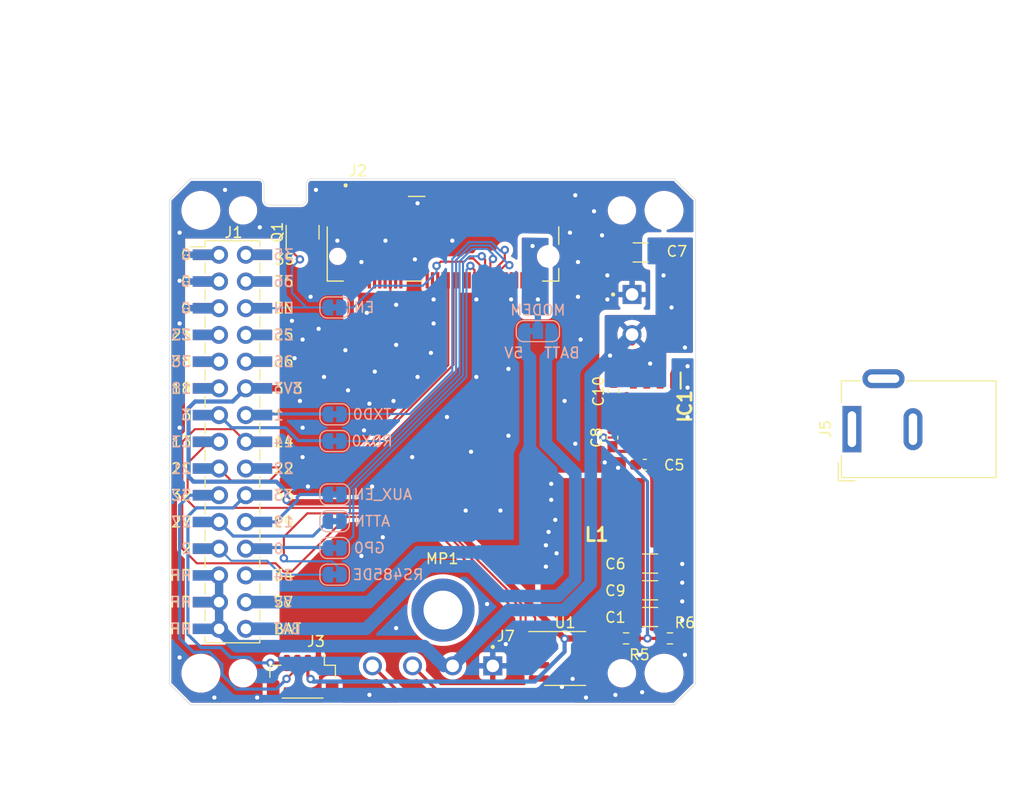
<source format=kicad_pcb>
(kicad_pcb (version 20221018) (generator pcbnew)
  (title_block (title "BF-021") (date "2022-02-05") (rev "V01L04") (company "Copyright 2022 BotanicFields, Inc.") (comment 1 "Template of M5Stack Module "))
  (layers (0 "F.Cu" signal) (31 "B.Cu" signal) (34 "B.Paste" user) (35 "F.Paste" user) (36 "B.SilkS" user "B.Silkscreen") (37 "F.SilkS" user "F.Silkscreen") (38 "B.Mask" user) (39 "F.Mask" user) (44 "Edge.Cuts" user))
  (net 0 "")
  (net 1 "+BATT")
  (net 2 "+5V")
  (net 4 "/GPIO0")
  (net 11 "/TXD0")
  (net 12 "/RXD0")
  (net 13 "/intSCL")
  (net 14 "+3V3")
  (net 15 "/intSDA")
  (net 16 "/AUX_EN")
  (net 17 "/ATTN")
  (net 18 "/EN")
  (net 19 "GND")
  (net 20 "/RS485_DE")
  (net 48 "Net-(J2-AUX_RX_P)")
  (net 50 "Net-(J2-AUX_TX_P)")
  (net 65 "Net-(J2-NRST)")
  (net 66 "/TXD2")
  (net 67 "/RXD2")
  (net 68 "/extSCL")
  (net 69 "/extSDA")
  (net 70 "Net-(JP8-B)")
  (net 71 "/VMODEM")
  (net 72 "/RS485_A")
  (net 73 "/RS485_B")
  (net 74 "+12V")
  (net 76 "/BOOT")
  (net 77 "/SW")
  (net 78 "/VCC")
  (net 79 "/FB")
  (net 82 "Net-(J2-AUX3)")
  (net 83 "Net-(J2-AUX4)")
  (net 84 "Net-(J2-ATTN_P)")
  (net 85 "Net-(J2-AUX_EN_P)")
  (footprint "M5Footprints:BF@MountingHole_3.2mm_M3" (layer "F.Cu") (at 103 53)
    (fp_text reference "H1" hide)
    (fp_text value "MountingHole" hide)
  )
  (footprint "M5Footprints:BF@MountingHole_3.2mm_M3" (layer "F.Cu") (at 147 53)
    (fp_text reference "H2" hide)
    (fp_text value "MountingHole" hide)
  )
  (footprint "M5Footprints:BF@MountingHole_3.2mm_M3" (layer "F.Cu") (at 147 97)
    (fp_text reference "H3" hide)
    (fp_text value "MountingHole" hide)
  )
  (footprint "M5Footprints:BF@MountingHole_3.2mm_M3" (layer "F.Cu") (at 103 97)
    (fp_text reference "H4" hide)
    (fp_text value "MountingHole" hide)
  )
  (footprint "M5Footprints:BF@MountingHole_2.2mm_M2" (layer "F.Cu") (at 107 53)
    (fp_text reference "H5" hide)
    (fp_text value "MountingHole" hide)
  )
  (footprint "M5Footprints:BF@MountingHole_2.2mm_M2" (layer "F.Cu") (at 143 53)
    (fp_text reference "H6" hide)
    (fp_text value "MountingHole" hide)
  )
  (footprint "M5Footprints:BF@MountingHole_2.2mm_M2" (layer "F.Cu") (at 143 97)
    (fp_text reference "H7" hide)
    (fp_text value "MountingHole" hide)
  )
  (footprint "M5Footprints:BF@MountingHole_2.2mm_M2" (layer "F.Cu") (at 107 97)
    (fp_text reference "H8" hide)
    (fp_text value "MountingHole" hide)
  )
  (footprint "M5Footprints:BF@M5Stack_MBUS_CORE2" (layer "F.Cu") (at 106 75)
    (fp_text reference "J1")
    (fp_text value "M-BUS")
  )
  (footprint "inductor:Coilcraft_50xx-40xx_hybrid" (layer "F.Cu") (at 145.325 81.6 180)
    (fp_text reference "L1")
    (fp_text value "XAL5030-601MEB" hide)
  )
  (footprint "Capacitor_SMD:C_1206_3216Metric" (layer "F.Cu") (at 145.682 89.116)
    (fp_text reference "C9")
    (fp_text value "22uF")
  )
  (footprint "Connector_BarrelJack:BarrelJack_Wuerth_6941xx301002" (layer "F.Cu") (at 164.85 73.8 90)
    (fp_text reference "J5")
    (fp_text value "Barrel_Jack")
  )
  (footprint "Resistor_SMD:R_0603_1608Metric_Pad0.98x0.95mm_HandSolder" (layer "F.Cu") (at 143.396 93.688)
    (fp_text reference "R5")
    (fp_text value "100K")
  )
  (footprint "Pluggable Power:TE_284513-2" (layer "F.Cu") (at 143.9625 62.9 -90)
    (fp_text reference "J6" hide)
    (fp_text value "284513-2")
  )
  (footprint "buck_converter:SOIC127P600X170-9N" (layer "F.Cu") (at 145.995 71.888 -90)
    (fp_text reference "IC1")
    (fp_text value "LMR33630CDDAR" hide)
  )
  (footprint "Package_SO:SOIC-8_3.9x4.9mm_P1.27mm" (layer "F.Cu") (at 137.6 95.6)
    (fp_text reference "U1")
    (fp_text value "SP3481EN")
  )
  (footprint "Capacitor_SMD:C_1206_3216Metric" (layer "F.Cu") (at 144.775 57 180)
    (fp_text reference "C7")
    (fp_text value "22uF")
  )
  (footprint "Capacitor_SMD:C_0603_1608Metric_Pad1.08x0.95mm_HandSolder" (layer "F.Cu") (at 142.1 74.6 -90)
    (fp_text reference "C8")
    (fp_text value "1uF")
  )
  (footprint "Capacitor_SMD:C_0603_1608Metric_Pad1.08x0.95mm_HandSolder" (layer "F.Cu") (at 142.2 70.2 90)
    (fp_text reference "C10")
    (fp_text value "220nF")
  )
  (footprint "Capacitor_SMD:C_1206_3216Metric" (layer "F.Cu") (at 145.682 86.576)
    (fp_text reference "C6")
    (fp_text value "22uF")
  )
  (footprint "Connector_JST:JST_SH_BM04B-SRSS-TB_1x04-1MP_P1.00mm_Vertical" (layer "F.Cu") (at 112.668 97.352 180)
    (fp_text reference "J3")
    (fp_text value "110990030")
  )
  (footprint "Capacitor_SMD:C_0603_1608Metric_Pad1.08x0.95mm_HandSolder" (layer "F.Cu") (at 145.174 77.178)
    (fp_text reference "C5")
    (fp_text value "0.1uF")
  )
  (footprint "Package_TO_SOT_SMD:SOT-23" (layer "F.Cu") (at 112.662 55.08 90)
    (fp_text reference "Q1")
    (fp_text value "BC856")
  )
  (footprint "pluggableRS485:TE_284513-4" (layer "F.Cu") (at 125.015 96.3 180)
    (fp_text reference "J7")
    (fp_text value "284513-4")
  )
  (footprint "Capacitor_SMD:C_1206_3216Metric" (layer "F.Cu") (at 145.682 91.656)
    (fp_text reference "C1")
    (fp_text value "22uF")
  )
  (footprint "M2 Screw Standoff:WE_9774025151R" (layer "F.Cu") (at 126 91)
    (fp_text reference "MP1")
    (fp_text value "9774025151R")
  )
  (footprint "Resistor_SMD:R_0603_1608Metric_Pad0.98x0.95mm_HandSolder" (layer "F.Cu") (at 147.5635 93.688)
    (fp_text reference "R6")
    (fp_text value "24.9K")
  )
  (footprint "MDT420E01001:AMPHENOL_MDT420E01001_Notecard" (layer "F.Cu") (at 126 57.3741)
    (fp_text reference "J2")
    (fp_text value "Bus_M.2_Socket_E")
  )
  (footprint "Jumper:SolderJumper-2_P1.3mm_Bridged_RoundedPad1.0x1.5mm" (layer "B.Cu") (at 115.71 85.09)
    (fp_text reference "JP6" hide)
    (fp_text value "SolderJumper_2_Bridged")
  )
  (footprint "Jumper:SolderJumper-2_P1.3mm_Bridged_RoundedPad1.0x1.5mm" (layer "B.Cu") (at 115.71 62.23)
    (fp_text reference "JP7" hide)
    (fp_text value "SolderJumper_2_Bridged")
  )
  (footprint "Jumper:SolderJumper-2_P1.3mm_Bridged_RoundedPad1.0x1.5mm" (layer "B.Cu") (at 115.71 74.93)
    (fp_text reference "JP1" hide)
    (fp_text value "SolderJumper_2_Bridged")
  )
  (footprint "Jumper:SolderJumper-3_P1.3mm_Bridged12_RoundedPad1.0x1.5mm_NumberLabels" (layer "B.Cu") (at 135.014 64.478)
    (fp_text reference "JP5" hide)
    (fp_text value "SolderJumper_3_Bridged12")
  )
  (footprint "Jumper:SolderJumper-2_P1.3mm_Bridged_RoundedPad1.0x1.5mm" (layer "B.Cu") (at 115.71 72.39)
    (fp_text reference "JP3" hide)
    (fp_text value "SolderJumper_2_Bridged")
  )
  (footprint "Jumper:SolderJumper-2_P1.3mm_Bridged_RoundedPad1.0x1.5mm" (layer "B.Cu") (at 115.71 87.63)
    (fp_text reference "JP8" hide)
    (fp_text value "SolderJumper_2_Bridged")
  )
  (footprint "Jumper:SolderJumper-2_P1.3mm_Bridged_RoundedPad1.0x1.5mm" (layer "B.Cu") (at 115.71 80.01)
    (fp_text reference "JP4" hide)
    (fp_text value "SolderJumper_2_Bridged")
  )
  (footprint "Jumper:SolderJumper-2_P1.3mm_Bridged_RoundedPad1.0x1.5mm" (layer "B.Cu") (at 115.71 82.55)
    (fp_text reference "JP2" hide)
    (fp_text value "SolderJumper_2_Bridged")
  )
  (gr_line (start 108.5 50) (end 102 50) (stroke (width 0.05)) (layer "Edge.Cuts"))
  (gr_line (start 100 98) (end 100 52) (stroke (width 0.05)) (layer "Edge.Cuts"))
  (gr_line (start 150 98) (end 150 52) (stroke (width 0.05)) (layer "Edge.Cuts"))
  (gr_arc (start 113 50.5) (mid 113.146447 50.146447) (end 113.5 50) (stroke (width 0.05)) (layer "Edge.Cuts"))
  (gr_arc (start 113 52) (mid 112.853553 52.353553) (end 112.5 52.5) (stroke (width 0.05)) (layer "Edge.Cuts"))
  (gr_line (start 113 52) (end 113 50.5) (stroke (width 0.05)) (layer "Edge.Cuts"))
  (gr_line (start 102 100) (end 148 100) (stroke (width 0.05)) (layer "Edge.Cuts"))
  (gr_arc (start 109.5 52.5) (mid 109.146447 52.353553) (end 109 52) (stroke (width 0.05)) (layer "Edge.Cuts"))
  (gr_line (start 109 50.5) (end 109 52) (stroke (width 0.05)) (layer "Edge.Cuts"))
  (gr_arc (start 108.5 50) (mid 108.853553 50.146447) (end 109 50.5) (stroke (width 0.05)) (layer "Edge.Cuts"))
  (gr_line (start 148 50) (end 113.5 50) (stroke (width 0.05)) (layer "Edge.Cuts"))
  (gr_line (start 102 50) (end 100 52) (stroke (width 0.05)) (layer "Edge.Cuts"))
  (gr_line (start 100 98) (end 102 100) (stroke (width 0.05)) (layer "Edge.Cuts"))
  (gr_line (start 109.5 52.5) (end 112.5 52.5) (stroke (width 0.05)) (layer "Edge.Cuts"))
  (gr_line (start 150 52) (end 148 50) (stroke (width 0.05)) (layer "Edge.Cuts"))
  (gr_line (start 148 100) (end 150 98) (stroke (width 0.05)) (layer "Edge.Cuts"))
  (segment (start 107.27 92.78) (end 118.688 92.78) (width 1.2) (layer "B.Cu") (net 1))
  (segment (start 136.314 66.518) (end 136.314 64.478) (width 1.2) (layer "B.Cu") (net 1))
  (segment (start 135.776 67.056) (end 136.314 66.518) (width 1.2) (layer "B.Cu") (net 1))
  (segment (start 118.688 92.78) (end 124.638 86.83) (width 1.2) (layer "B.Cu") (net 1))
  (segment (start 138.57 88.039338) (end 138.57 77.978) (width 1.2) (layer "B.Cu") (net 1))
  (segment (start 131.496 89.662) (end 136.947338 89.662) (width 1.2) (layer "B.Cu") (net 1))
  (segment (start 128.664 86.83) (end 131.496 89.662) (width 1.2) (layer "B.Cu") (net 1))
  (segment (start 136.947338 89.662) (end 138.57 88.039338) (width 1.2) (layer "B.Cu") (net 1))
  (segment (start 135.776 75.184) (end 135.776 67.056) (width 1.2) (layer "B.Cu") (net 1))
  (segment (start 138.57 77.978) (end 135.776 75.184) (width 1.2) (layer "B.Cu") (net 1))
  (segment (start 124.638 86.83) (end 128.664 86.83) (width 1.2) (layer "B.Cu") (net 1))
  (segment (start 142.4835 93.688) (end 142.4835 93.3795) (width 0.6) (layer "F.Cu") (net 2))
  (segment (start 142.4835 93.3795) (end 144.207 91.656) (width 0.6) (layer "F.Cu") (net 2))
  (via (at 136.665 82.423) (size 0.8) (drill 0.4) (layers "F.Cu" "B.Cu") (net 2))
  (via (at 135.776 86.868) (size 0.8) (drill 0.4) (layers "F.Cu" "B.Cu") (net 2))
  (via (at 136.284 78.994) (size 0.8) (drill 0.4) (layers "F.Cu" "B.Cu") (net 2))
  (via (at 135.776 84.836) (size 0.8) (drill 0.4) (layers "F.Cu" "B.Cu") (net 2))
  (via (at 136.284 80.518) (size 0.8) (drill 0.4) (layers "F.Cu" "B.Cu") (net 2))
  (via (at 136.03 83.566) (size 0.8) (drill 0.4) (layers "F.Cu" "B.Cu") (net 2))
  (via (at 136.792 85.598) (size 0.8) (drill 0.4) (layers "F.Cu" "B.Cu") (net 2))
  (segment (start 134.252 67.056) (end 133.714 66.518) (width 1.2) (layer "B.Cu") (net 2))
  (segment (start 133.998 85.598) (end 129.308662 85.598) (width 1.2) (layer "B.Cu") (net 2))
  (segment (start 133.714 66.518) (end 133.714 64.478) (width 1.2) (layer "B.Cu") (net 2))
  (segment (start 129.213661 85.503) (end 123.679 85.503) (width 1.2) (layer "B.Cu") (net 2))
  (segment (start 136.665 80.899) (end 136.284 80.518) (width 1.2) (layer "B.Cu") (net 2))
  (segment (start 118.942 90.24) (end 107.27 90.24) (width 1.2) (layer "B.Cu") (net 2))
  (segment (start 136.284 78.994) (end 136.284 77.724) (width 1.2) (layer "B.Cu") (net 2))
  (segment (start 136.284 77.724) (end 134.252 75.692) (width 1.2) (layer "B.Cu") (net 2))
  (segment (start 123.679 85.503) (end 118.942 90.24) (width 1.2) (layer "B.Cu") (net 2))
  (segment (start 136.665 82.423) (end 136.03 83.058) (width 1.2) (layer "B.Cu") (net 2))
  (segment (start 136.665 82.423) (end 136.665 80.899) (width 1.2) (layer "B.Cu") (net 2))
  (segment (start 136.03 83.058) (end 136.03 83.566) (width 1.2) (layer "B.Cu") (net 2))
  (segment (start 136.284 80.518) (end 136.284 78.994) (width 1.2) (layer "B.Cu") (net 2))
  (segment (start 129.308662 85.598) (end 129.213661 85.503) (width 1.2) (layer "B.Cu") (net 2))
  (segment (start 136.03 83.566) (end 133.998 85.598) (width 1.2) (layer "B.Cu") (net 2))
  (segment (start 134.252 75.692) (end 134.252 67.056) (width 1.2) (layer "B.Cu") (net 2))
  (segment (start 107.378 85.052) (end 107.27 85.16) (width 0.3) (layer "B.Cu") (net 4))
  (segment (start 115.06 85.09) (end 115.022 85.052) (width 0.3) (layer "B.Cu") (net 4))
  (segment (start 115.022 85.052) (end 107.378 85.052) (width 0.3) (layer "B.Cu") (net 4))
  (segment (start 107.378 72.352) (end 115.022 72.352) (width 0.3) (layer "B.Cu") (net 11))
  (segment (start 115.022 72.352) (end 115.06 72.39) (width 0.3) (layer "B.Cu") (net 11))
  (segment (start 107.27 72.46) (end 107.378 72.352) (width 0.3) (layer "B.Cu") (net 11))
  (segment (start 111.034 73.66) (end 105.93 73.66) (width 0.3) (layer "B.Cu") (net 12))
  (segment (start 112.266 74.892) (end 115.022 74.892) (width 0.3) (layer "B.Cu") (net 12))
  (segment (start 112.266 74.892) (end 111.034 73.66) (width 0.3) (layer "B.Cu") (net 12))
  (segment (start 115.022 74.892) (end 115.06 74.93) (width 0.3) (layer "B.Cu") (net 12))
  (segment (start 105.93 73.66) (end 104.73 72.46) (width 0.3) (layer "B.Cu") (net 12))
  (segment (start 116.771552 77.432) (end 126.5 67.703552) (width 0.2) (layer "F.Cu") (net 13))
  (segment (start 108.262264 77.432) (end 116.771552 77.432) (width 0.2) (layer "F.Cu") (net 13))
  (segment (start 108.154264 77.54) (end 108.262264 77.432) (width 0.2) (layer "F.Cu") (net 13))
  (segment (start 126.5 67.703552) (end 126.5 59.6491) (width 0.2) (layer "F.Cu") (net 13))
  (segment (start 107.27 77.54) (end 108.154264 77.54) (width 0.2) (layer "F.Cu") (net 13))
  (segment (start 117.5 59.6491) (end 117.5 61.202) (width 0.2) (layer "F.Cu") (net 14))
  (segment (start 113.424 97.55) (end 113.168 97.294) (width 0.3) (layer "F.Cu") (net 14))
  (segment (start 111.3605 80.753) (end 111.138 80.5305) (width 0.6) (layer "F.Cu") (net 14))
  (segment (start 117.488 61.214) (end 117.234 61.214) (width 0.2) (layer "F.Cu") (net 14))
  (segment (start 111.068 69.92) (end 107.27 69.92) (width 0.6) (layer "F.Cu") (net 14))
  (segment (start 137.585 93.695) (end 140.075 93.695) (width 0.6) (layer "F.Cu") (net 14))
  (segment (start 117 61.194) (end 117 59.6491) (width 0.2) (layer "F.Cu") (net 14))
  (segment (start 116.98 61.214) (end 117 61.194) (width 0.2) (layer "F.Cu") (net 14))
  (segment (start 117.234 61.214) (end 117.234 63.754) (width 0.6) (layer "F.Cu") (net 14))
  (segment (start 137.554 93.726) (end 137.585 93.695) (width 0.6) (layer "F.Cu") (net 14))
  (segment (start 113.168 97.294) (end 113.168 96.027) (width 0.3) (layer "F.Cu") (net 14))
  (segment (start 117.5 61.202) (end 117.488 61.214) (width 0.2) (layer "F.Cu") (net 14))
  (segment (start 117.234 63.754) (end 111.068 69.92) (width 0.6) (layer "F.Cu") (net 14))
  (segment (start 117.234 61.214) (end 116.98 61.214) (width 0.2) (layer "F.Cu") (net 14))
  (segment (start 137.554 93.726) (end 124.581 80.753) (width 0.6) (layer "F.Cu") (net 14))
  (segment (start 124.581 80.753) (end 111.3605 80.753) (width 0.6) (layer "F.Cu") (net 14))
  (via (at 113.424 97.55) (size 0.8) (drill 0.4) (layers "F.Cu" "B.Cu") (net 14))
  (via (at 137.554 93.726) (size 0.8) (drill 0.4) (layers "F.Cu" "B.Cu") (net 14))
  (via (at 111.138 80.5305) (size 0.8) (drill 0.4) (layers "F.Cu" "B.Cu") (net 14))
  (segment (start 102.298 78.79) (end 110.172 78.79) (width 0.4) (layer "B.Cu") (net 14))
  (segment (start 102.452 71.17) (end 101.83 71.792) (width 0.4) (layer "B.Cu") (net 14))
  (segment (start 113.664 97.79) (end 113.424 97.55) (width 0.4) (layer "B.Cu") (net 14))
  (segment (start 107.27 69.92) (end 106.02 71.17) (width 0.4) (layer "B.Cu") (net 14))
  (segment (start 101.83 71.792) (end 101.83 78.322) (width 0.4) (layer "B.Cu") (net 14))
  (segment (start 137.554 93.726) (end 137.554 94.958) (width 0.4) (layer "B.Cu") (net 14))
  (segment (start 101.83 78.322) (end 102.298 78.79) (width 0.4) (layer "B.Cu") (net 14))
  (segment (start 137.554 94.958) (end 134.722 97.79) (width 0.4) (layer "B.Cu") (net 14))
  (segment (start 111.138 79.756) (end 111.138 80.5305) (width 0.4) (layer "B.Cu") (net 14))
  (segment (start 134.722 97.79) (end 113.664 97.79) (width 0.4) (layer "B.Cu") (net 14))
  (segment (start 106.02 71.17) (end 102.452 71.17) (width 0.4) (layer "B.Cu") (net 14))
  (segment (start 110.172 78.79) (end 111.138 79.756) (width 0.4) (layer "B.Cu") (net 14))
  (segment (start 127 67.666) (end 116.907 77.759) (width 0.2) (layer "F.Cu") (net 15))
  (segment (start 105.88 78.69) (end 104.73 77.54) (width 0.2) (layer "F.Cu") (net 15))
  (segment (start 110.475264 77.759) (end 109.544264 78.69) (width 0.2) (layer "F.Cu") (net 15))
  (segment (start 127 59.6491) (end 127 67.666) (width 0.2) (layer "F.Cu") (net 15))
  (segment (start 116.907 77.759) (end 110.475264 77.759) (width 0.2) (layer "F.Cu") (net 15))
  (segment (start 109.544264 78.69) (end 105.88 78.69) (width 0.2) (layer "F.Cu") (net 15))
  (segment (start 112.154 80.264) (end 112.408 80.01) (width 0.3) (layer "B.Cu") (net 16))
  (segment (start 112.408 80.01) (end 115.06 80.01) (width 0.3) (layer "B.Cu") (net 16))
  (segment (start 110.109161 82.62) (end 112.154 80.575161) (width 0.3) (layer "B.Cu") (net 16))
  (segment (start 112.154 80.575161) (end 112.154 80.264) (width 0.3) (layer "B.Cu") (net 16))
  (segment (start 107.27 82.62) (end 110.109161 82.62) (width 0.3) (layer "B.Cu") (net 16))
  (segment (start 106.07 83.96) (end 104.73 82.62) (width 0.3) (layer "B.Cu") (net 17))
  (segment (start 113.65 83.96) (end 106.07 83.96) (width 0.3) (layer "B.Cu") (net 17))
  (segment (start 115.06 82.55) (end 113.65 83.96) (width 0.3) (layer "B.Cu") (net 17))
  (segment (start 112.408 57.658) (end 111.712 56.962) (width 0.2) (layer "F.Cu") (net 18))
  (segment (start 111.712 56.962) (end 111.712 56.0175) (width 0.2) (layer "F.Cu") (net 18))
  (via (at 112.408 57.658) (size 0.8) (drill 0.4) (layers "F.Cu" "B.Cu") (net 18))
  (segment (start 110.38 62.3) (end 107.27 62.3) (width 0.2) (layer "B.Cu") (net 18))
  (segment (start 111.646 60.848) (end 113.028 62.23) (width 0.2) (layer "B.Cu") (net 18))
  (segment (start 111.646 58.42) (end 111.646 60.848) (width 0.2) (layer "B.Cu") (net 18))
  (segment (start 112.408 57.658) (end 111.646 58.42) (width 0.2) (layer "B.Cu") (net 18))
  (segment (start 113.028 62.23) (end 110.45 62.23) (width 0.2) (layer "B.Cu") (net 18))
  (segment (start 113.028 62.23) (end 115.06 62.23) (width 0.2) (layer "B.Cu") (net 18))
  (segment (start 110.45 62.23) (end 110.38 62.3) (width 0.2) (layer "B.Cu") (net 18))
  (segment (start 118 61.21) (end 117.996 61.214) (width 0.2) (layer "F.Cu") (net 19))
  (segment (start 134.76 50.8) (end 134.75 50.81) (width 0.2) (layer "F.Cu") (net 19))
  (segment (start 121.044 61.214) (end 121 61.17) (width 0.2) (layer "F.Cu") (net 19))
  (segment (start 126.25 53.468) (end 126.124 53.594) (width 0.2) (layer "F.Cu") (net 19))
  (segment (start 138.347 97.505) (end 138.316 97.536) (width 0.3) (layer "F.Cu") (net 19))
  (segment (start 129.172 53.594) (end 130.696 53.594) (width 0.2) (layer "F.Cu") (net 19))
  (segment (start 117.742 50.8) (end 119.266 50.8) (width 0.2) (layer "F.Cu") (net 19))
  (segment (start 140.075 97.505) (end 138.347 97.505) (width 0.3) (layer "F.Cu") (net 19))
  (segment (start 104.73 59.76) (end 100.87 59.76) (width 0.6) (layer "F.Cu") (net 19))
  (segment (start 126.124 53.594) (end 127.648 53.594) (width 0.2) (layer "F.Cu") (net 19))
  (segment (start 127.75 50.952) (end 127.75 52.0991) (width 0.2) (layer "F.Cu") (net 19))
  (segment (start 134.252 50.8) (end 134.25 50.802) (width 0.2) (layer "F.Cu") (net 19))
  (segment (start 130.696 50.8) (end 130.75 50.854) (width 0.2) (layer "F.Cu") (net 19))
  (segment (start 129.172 50.8) (end 129.25 50.878) (width 0.2) (layer "F.Cu") (net 19))
  (segment (start 104.73 62.3) (end 101.124 62.3) (width 0.6) (layer "F.Cu") (net 19))
  (segment (start 127.902 50.8) (end 127.75 50.952) (width 0.2) (layer "F.Cu") (net 19))
  (segment (start 124.6 50.8) (end 124.75 50.95) (width 0.2) (layer "F.Cu") (net 19))
  (segment (start 129.172 50.8) (end 130.696 50.8) (width 0.2) (layer "F.Cu") (net 19))
  (segment (start 134.76 53.594) (end 134.252 53.594) (width 0.2) (layer "F.Cu") (net 19))
  (segment (start 124.75 50.95) (end 124.75 52.0991) (width 0.2) (layer "F.Cu") (net 19))
  (segment (start 119.266 50.8) (end 124.6 50.8) (width 0.2) (layer "F.Cu") (net 19))
  (segment (start 130.696 50.8) (end 134.252 50.8) (width 0.2) (layer "F.Cu") (net 19))
  (segment (start 124.75 52.0991) (end 124.75 53.444) (width 0.2) (layer "F.Cu") (net 19))
  (segment (start 118 59.6491) (end 118 61.21) (width 0.2) (layer "F.Cu") (net 19))
  (segment (start 117.25 53.578) (end 117.234 53.594) (width 0.2) (layer "F.Cu") (net 19))
  (segment (start 129.25 53.516) (end 129.25 52.0991) (width 0.2) (layer "F.Cu") (net 19))
  (segment (start 127.75 53.492) (end 127.648 53.594) (width 0.2) (layer "F.Cu") (net 19))
  (segment (start 124.6 53.594) (end 126.124 53.594) (width 0.2) (layer "F.Cu") (net 19))
  (segment (start 129.25 50.878) (end 129.25 52.0991) (width 0.2) (layer "F.Cu") (net 19))
  (segment (start 101.124 62.3) (end 100.87 62.046) (width 0.6) (layer "F.Cu") (net 19))
  (segment (start 117.996 61.214) (end 121.044 61.214) (width 0.2) (layer "F.Cu") (net 19))
  (segment (start 117.25 50.816) (end 117.234 50.8) (width 0.2) (layer "F.Cu") (net 19))
  (segment (start 126.124 50.8) (end 127.902 50.8) (width 0.2) (layer "F.Cu") (net 19))
  (segment (start 124.6 50.8) (end 126.124 50.8) (width 0.2) (layer "F.Cu") (net 19))
  (segment (start 104.73 57.22) (end 101.124 57.22) (width 0.6) (layer "F.Cu") (net 19))
  (segment (start 127.902 50.8) (end 129.172 50.8) (width 0.2) (layer "F.Cu") (net 19))
  (segment (start 134.75 53.584) (end 134.76 53.594) (width 0.2) (layer "F.Cu") (net 19))
  (segment (start 134.75 50.81) (end 134.75 52.0991) (width 0.2) (layer "F.Cu") (net 19))
  (segment (start 117.25 52.0991) (end 117.25 53.578) (width 0.2) (layer "F.Cu") (net 19))
  (segment (start 126.124 50.8) (end 126.25 50.926) (width 0.2) (layer "F.Cu") (net 19))
  (segment (start 100.87 57.474) (end 100.87 59.76) (width 0.6) (layer "F.Cu") (net 19))
  (segment (start 101.124 57.22) (end 100.87 57.474) (width 0.6) (layer "F.Cu") (net 19))
  (segment (start 129.172 53.594) (end 129.25 53.516) (width 0.2) (layer "F.Cu") (net 19))
  (segment (start 130.75 53.54) (end 130.75 52.0991) (width 0.2) (layer "F.Cu") (net 19))
  (segment (start 126.25 50.926) (end 126.25 52.0991) (width 0.2) (layer "F.Cu") (net 19))
  (segment (start 127.75 52.0991) (end 127.75 53.492) (width 0.2) (layer "F.Cu") (net 19))
  (segment (start 130.75 50.854) (end 130.75 52.0991) (width 0.2) (layer "F.Cu") (net 19))
  (segment (start 134.252 53.594) (end 134.25 53.592) (width 0.2) (layer "F.Cu") (net 19))
  (segment (start 126.25 52.0991) (end 126.25 53.468) (width 0.2) (layer "F.Cu") (net 19))
  (segment (start 119.25 50.816) (end 119.25 52.0991) (width 0.2) (layer "F.Cu") (net 19))
  (segment (start 117.25 52.0991) (end 117.25 50.816) (width 0.2) (layer "F.Cu") (net 19))
  (segment (start 134.75 52.0991) (end 134.75 53.584) (width 0.2) (layer "F.Cu") (net 19))
  (segment (start 117.234 50.8) (end 117.742 50.8) (width 0.2) (layer "F.Cu") (net 19))
  (segment (start 117.234 53.594) (end 124.6 53.594) (width 0.2) (layer "F.Cu") (net 19))
  (segment (start 119.266 50.8) (end 119.25 50.816) (width 0.2) (layer "F.Cu") (net 19))
  (segment (start 130.696 53.594) (end 130.75 53.54) (width 0.2) (layer "F.Cu") (net 19))
  (segment (start 117.742 50.8) (end 117.75 50.808) (width 0.2) (layer "F.Cu") (net 19))
  (segment (start 100.87 62.046) (end 100.87 59.76) (width 0.6) (layer "F.Cu") (net 19))
  (segment (start 117.75 50.808) (end 117.75 52.0991) (width 0.2) (layer "F.Cu") (net 19))
  (segment (start 134.252 50.8) (end 134.76 50.8) (width 0.2) (layer "F.Cu") (net 19))
  (segment (start 127.648 53.594) (end 129.172 53.594) (width 0.2) (layer "F.Cu") (net 19))
  (segment (start 121 61.17) (end 121 59.6491) (width 0.2) (layer "F.Cu") (net 19))
  (segment (start 134.25 53.592) (end 134.25 52.0991) (width 0.2) (layer "F.Cu") (net 19))
  (segment (start 124.75 53.444) (end 124.6 53.594) (width 0.2) (layer "F.Cu") (net 19))
  (segment (start 134.25 50.802) (end 134.25 52.0991) (width 0.2) (layer "F.Cu") (net 19))
  (via (at 123.584 68.834) (size 0.8) (drill 0.4) (layers "F.Cu" "B.Cu") (net 19))
  (via (at 112.408 71.12) (size 0.8) (drill 0.4) (layers "F.Cu" "B.Cu") (net 19))
  (via (at 129.172 68.834) (size 0.8) (drill 0.4) (layers "F.Cu" "B.Cu") (net 19))
  (via (at 129.172 61.468) (size 0.8) (drill 0.4) (layers "F.Cu" "B.Cu") (net 19))
  (via (at 118.25 85.852) (size 0.8) (drill 0.4) (layers "F.Cu" "B.Cu") (net 19))
  (via (at 120.282 84.074) (size 0.8) (drill 0.4) (layers "F.Cu" "B.Cu") (net 19))
  (via (at 139.078 65.278) (size 0.8) (drill 0.4) (layers "F.Cu" "B.Cu") (net 19))
  (via (at 121.552 92.71) (size 0.8) (drill 0.4) (layers "F.Cu" "B.Cu") (net 19))
  (via (at 132.22 74.422) (size 0.8) (drill 0.4) (layers "F.Cu" "B.Cu") (net 19))
  (via (at 137.3 98.298) (size 0.8) (drill 0.4) (layers "F.Cu" "B.Cu") (net 19))
  (via (at 148.73 86.614) (size 0.8) (drill 0.4) (layers "F.Cu" "B.Cu") (net 19))
  (via (at 112.662 65.278) (size 0.8) (drill 0.4) (layers "F.Cu" "B.Cu") (net 19))
  (via (at 121.552 61.976) (size 0.8) (drill 0.4) (layers "F.Cu" "B.Cu") (net 19))
  (via (at 148.984 95.25) (size 0.8) (drill 0.4) (layers "F.Cu" "B.Cu") (net 19))
  (via (at 123.584 52.324) (size 0.8) (drill 0.4) (layers "F.Cu" "B.Cu") (net 19))
  (via (at 112.662 73.66) (size 0.8) (drill 0.4) (layers "F.Cu" "B.Cu") (net 19))
  (via (at 119.52 68.326) (size 0.8) (drill 0.4) (layers "F.Cu" "B.Cu") (net 19))
  (via (at 141.618 61.468) (size 0.8) (drill 0.4) (layers "F.Cu" "B.Cu") (net 19))
  (via (at 119.012 99.06) (size 0.8) (drill 0.4) (layers "F.Cu" "B.Cu") (net 19))
  (via (at 112.662 76.454) (size 0.8) (drill 0.4) (layers "F.Cu" "B.Cu") (net 19))
  (via (at 126.378 72.644) (size 0.8) (drill 0.4) (layers "F.Cu" "B.Cu") (net 19))
  (via (at 111.9 67.056) (size 0.8) (drill 0.4) (layers "F.Cu" "B.Cu") (net 19))
  (via (at 116.726 66.294) (size 0.8) (drill 0.4) (layers "F.Cu" "B.Cu") (net 19))
  (via (at 128.156 81.534) (size 0.8) (drill 0.4) (layers "F.Cu" "B.Cu") (net 19))
  (via (at 149.238 72.644) (size 0.8) (drill 0.4) (layers "F.Cu" "B.Cu") (net 19))
  (via (at 125.108 61.468) (size 0.8) (drill 0.4) (layers "F.Cu" "B.Cu") (net 19))
  (via (at 114.186 64.262) (size 0.8) (drill 0.4) (layers "F.Cu" "B.Cu") (net 19))
  (via (at 118.25 57.912) (size 0.8) (drill 0.4) (layers "F.Cu" "B.Cu") (net 19))
  (via (at 108.344 99.314) (size 0.8) (drill 0.4) (layers "F.Cu" "B.Cu") (net 19))
  (via (at 115.964 55.88) (size 0.8) (drill 0.4) (layers "F.Cu" "B.Cu") (net 19))
  (via (at 118.758 62.738) (size 0.8) (drill 0.4) (layers "F.Cu" "B.Cu") (net 19))
  (via (at 139.586 99.314) (size 0.8) (drill 0.4) (layers "F.Cu" "B.Cu") (net 19))
  (via (at 123.33 57.658) (size 0.8) (drill 0.4) (layers "F.Cu" "B.Cu") (net 19))
  (via (at 137.554 71.12) (size 0.8) (drill 0.4) (layers "F.Cu" "B.Cu") (net 19))
  (via (at 148.73 91.948) (size 0.8) (drill 0.4) (layers "F.Cu" "B.Cu") (net 19))
  (via (at 114.694 68.834) (size 0.8) (drill 0.4) (layers "F.Cu" "B.Cu") (net 19))
  (via (at 149.238 67.818) (size 0.8) (drill 0.4) (layers "F.Cu" "B.Cu") (net 19))
  (via (at 144.92 98.806) (size 0.8) (drill 0.4) (layers "F.Cu" "B.Cu") (net 19))
  (via (at 108.598 54.61) (size 0.8) (drill 0.4) (layers "F.Cu" "B.Cu") (net 19))
  (via (at 100.978 73.66) (size 0.8) (drill 0.4) (layers "F.Cu" "B.Cu") (net 19))
  (via (at 121.552 65.786) (size 0.8) (drill 0.4) (layers "F.Cu" "B.Cu") (net 19))
  (via (at 138.824 57.912) (size 0.8) (drill 0.4) (layers "F.Cu" "B.Cu") (net 19))
  (via (at 138.824 61.214) (size 0.8) (drill 0.4) (layers "F.Cu" "B.Cu") (net 19))
  (via (at 130.188 90.424) (size 0.8) (drill 0.4) (layers "F.Cu" "B.Cu") (net 19))
  (via (at 138.57 75.184) (size 0.8) (drill 0.4) (layers "F.Cu" "B.Cu") (net 19))
  (via (at 100.978 59.69) (size 0.8) (drill 0.4) (layers "F.Cu" "B.Cu") (net 19))
  (via (at 125.108 63.754) (size 0.8) (drill 0.4) (layers "F.Cu" "B.Cu") (net 19))
  (via (at 141.11 55.372) (size 0.8) (drill 0.4) (layers "F.Cu" "B.Cu") (net 19))
  (via (at 142.634 77.47) (size 0.8) (drill 0.4) (layers "F.Cu" "B.Cu") (net 19))
  (via (at 138.316 97.536) (size 0.8) (drill 0.4) (layers "F.Cu" "B.Cu") (net 19))
  (via (at 104.28 99.314) (size 0.8) (drill 0.4) (layers "F.Cu" "B.Cu") (net 19))
  (via (at 123.076 76.454) (size 0.8) (drill 0.4) (layers "F.Cu" "B.Cu") (net 19))
  (via (at 113.932 51.054) (size 0.8) (drill 0.4) (layers "F.Cu" "B.Cu") (net 19))
  (via (at 119.012 71.374) (size 0.8) (drill 0.4) (layers "F.Cu" "B.Cu") (net 19))
  (via (at 113.17 79.248) (size 0.8) (drill 0.4) (layers "F.Cu" "B.Cu") (net 19))
  (via (at 100.978 55.118) (size 0.8) (drill 0.4) (layers "F.Cu" "B.Cu") (net 19))
  (via (at 149.238 69.85) (size 0.8) (drill 0.4) (layers "F.Cu" "B.Cu") (net 19))
  (via (at 148.73 88.392) (size 0.8) (drill 0.4) (layers "F.Cu" "B.Cu") (net 19))
  (via (at 124.854 66.548) (size 0.8) (drill 0.4) (layers "F.Cu" "B.Cu") (net 19))
  (via (at 141.364 76.962) (size 0.8) (drill 0.4) (layers "F.Cu" "B.Cu") (net 19))
  (via (at 128.664 75.946) (size 0.8) (drill 0.4) (layers "F.Cu" "B.Cu") (net 19))
  (via (at 119.266 79.248) (size 0.8) (drill 0.4) (layers "F.Cu" "B.Cu") (net 19))
  (via (at 142.38 99.06) (size 0.8) (drill 0.4) (layers "F.Cu" "B.Cu") (net 19))
  (via (at 116.98 70.104) (size 0.8) (drill 0.4) (layers "F.Cu" "B.Cu") (net 19))
  (via (at 131.458 81.534) (size 0.8) (drill 0.4) (layers "F.Cu" "B.Cu") (net 19))
  (via (at 148.73 90.17) (size 0.8) (drill 0.4) (layers "F.Cu" "B.Cu") (net 19))
  (via (at 120.536 55.88) (size 0.8) (drill 0.4) (layers "F.Cu" "B.Cu") (net 19))
  (via (at 138.57 51.562) (size 0.8) (drill 0.4) (layers "F.Cu" "B.Cu") (net 19))
  (via (at 144.666 95.25) (size 0.8) (drill 0.4) (layers "F.Cu" "B.Cu") (net 19))
  (via (at 121.298 71.12) (size 0.8) (drill 0.4) (layers "F.Cu" "B.Cu") (net 19))
  (via (at 132.474 61.468) (size 0.8) (drill 0.4) (layers "F.Cu" "B.Cu") (net 19))
  (via (at 131.966 94.234) (size 0.8) (drill 0.4) (layers "F.Cu" "B.Cu") (net 19))
  (via (at 100.978 63.754) (size 0.8) (drill 0.4) (layers "F.Cu" "B.Cu") (net 19))
  (via (at 126.886 55.88) (size 0.8) (drill 0.4) (layers "F.Cu" "B.Cu") (net 19))
  (via (at 138.062 55.118) (size 0.8) (drill 0.4) (layers "F.Cu" "B.Cu") (net 19))
  (via (at 118.504 73.914) (size 0.8) (drill 0.4) (layers "F.Cu" "B.Cu") (net 19))
  (via (at 105.296 51.054) (size 0.8) (drill 0.4) (layers "F.Cu" "B.Cu") (net 19))
  (via (at 111.646 63.5) (size 0.8) (drill 0.4) (layers "F.Cu" "B.Cu") (net 19))
  (via (at 140.348 53.086) (size 0.8) (drill 0.4) (layers "F.Cu" "B.Cu") (net 19))
  (via (at 132.22 68.072) (size 0.8) (drill 0.4) (layers "F.Cu" "B.Cu") (net 19))
  (via (at 113.424 61.214) (size 0.8) (drill 0.4) (layers "F.Cu" "B.Cu") (net 19))
  (via (at 100.978 95.504) (size 0.8) (drill 0.4) (layers "F.Cu" "B.Cu") (net 19))
  (via (at 141.618 59.182) (size 0.8) (drill 0.4) (layers "F.Cu" "B.Cu") (net 19))
  (segment (start 104.73 59.76) (end 101.124 59.76) (width 0.6) (layer "B.Cu") (net 19))
  (segment (start 100.87 59.506) (end 100.87 62.046) (width 0.6) (layer "B.Cu") (net 19))
  (segment (start 101.054 59.69) (end 100.978 59.69) (width 0.6) (layer "B.Cu") (net 19))
  (segment (start 100.978 59.614) (end 100.87 59.506) (width 0.6) (layer "B.Cu") (net 19))
  (segment (start 101.124 57.22) (end 100.87 57.474) (width 0.6) (layer "B.Cu") (net 19))
  (segment (start 101.124 62.3) (end 104.73 62.3) (width 0.6) (layer "B.Cu") (net 19))
  (segment (start 104.73 57.22) (end 101.124 57.22) (width 0.6) (layer "B.Cu") (net 19))
  (segment (start 101.124 59.76) (end 101.054 59.69) (width 0.6) (layer "B.Cu") (net 19))
  (segment (start 100.87 62.046) (end 101.124 62.3) (width 0.6) (layer "B.Cu") (net 19))
  (segment (start 100.87 57.474) (end 100.87 59.506) (width 0.6) (layer "B.Cu") (net 19))
  (segment (start 100.978 59.69) (end 100.978 59.614) (width 0.6) (layer "B.Cu") (net 19))
  (segment (start 115.06 87.63) (end 110.624264 87.63) (width 0.2) (layer "B.Cu") (net 20))
  (segment (start 109.304264 86.31) (end 105.88 86.31) (width 0.2) (layer "B.Cu") (net 20))
  (segment (start 110.624264 87.63) (end 109.304264 86.31) (width 0.2) (layer "B.Cu") (net 20))
  (segment (start 105.88 86.31) (end 104.73 85.16) (width 0.2) (layer "B.Cu") (net 20))
  (segment (start 131.869538 57.654562) (end 131 58.5241) (width 0.2) (layer "F.Cu") (net 48))
  (segment (start 131.869538 56.760845) (end 131.869538 57.654562) (width 0.2) (layer "F.Cu") (net 48))
  (segment (start 131 58.5241) (end 131 59.6491) (width 0.2) (layer "F.Cu") (net 48))
  (via (at 131.869538 56.760845) (size 0.8) (drill 0.4) (layers "F.Cu" "B.Cu") (net 48))
  (segment (start 126.886 57.612804) (end 128.486804 56.012) (width 0.2) (layer "B.Cu") (net 48))
  (segment (start 122.846656 72.352) (end 126.886 68.312656) (width 0.2) (layer "B.Cu") (net 48))
  (segment (start 116.36 72.39) (end 116.398 72.352) (width 0.2) (layer "B.Cu") (net 48))
  (segment (start 116.398 72.352) (end 122.846656 72.352) (width 0.2) (layer "B.Cu") (net 48))
  (segment (start 130.612 56.012) (end 131.458 56.858) (width 0.2) (layer "B.Cu") (net 48))
  (segment (start 131.772383 56.858) (end 131.869538 56.760845) (width 0.2) (layer "B.Cu") (net 48))
  (segment (start 126.886 68.312656) (end 126.886 57.612804) (width 0.2) (layer "B.Cu") (net 48))
  (segment (start 131.458 56.858) (end 131.772383 56.858) (width 0.2) (layer "B.Cu") (net 48))
  (segment (start 128.486804 56.012) (end 130.612 56.012) (width 0.2) (layer "B.Cu") (net 48))
  (segment (start 132.302672 58.210672) (end 131.913428 58.210672) (width 0.2) (layer "F.Cu") (net 50))
  (segment (start 131.913428 58.210672) (end 131.5 58.6241) (width 0.2) (layer "F.Cu") (net 50))
  (segment (start 131.5 58.6241) (end 131.5 59.6491) (width 0.2) (layer "F.Cu") (net 50))
  (via (at 132.302672 58.210672) (size 0.8) (drill 0.4) (layers "F.Cu" "B.Cu") (net 50))
  (segment (start 132.302672 58.210672) (end 131.712 57.62) (width 0.2) (layer "B.Cu") (net 50))
  (segment (start 127.248 68.413104) (end 120.731104 74.93) (width 0.2) (layer "B.Cu") (net 50))
  (segment (start 130.45845 56.339) (end 128.622252 56.339) (width 0.2) (layer "B.Cu") (net 50))
  (segment (start 131.712 57.59255) (end 130.45845 56.339) (width 0.2) (layer "B.Cu") (net 50))
  (segment (start 127.248 57.713252) (end 127.248 68.413104) (width 0.2) (layer "B.Cu") (net 50))
  (segment (start 120.731104 74.93) (end 116.36 74.93) (width 0.2) (layer "B.Cu") (net 50))
  (segment (start 128.622252 56.339) (end 127.248 57.713252) (width 0.2) (layer "B.Cu") (net 50))
  (segment (start 131.712 57.62) (end 131.712 57.59255) (width 0.2) (layer "B.Cu") (net 50))
  (segment (start 131.9021 54.572) (end 133.25 53.2241) (width 0.3) (layer "F.Cu") (net 65))
  (segment (start 116.6 54.572) (end 131.9021 54.572) (width 0.3) (layer "F.Cu") (net 65))
  (segment (start 115.0304 54.5991) (end 116.5729 54.5991) (width 0.3) (layer "F.Cu") (net 65))
  (segment (start 116.5729 54.5991) (end 116.6 54.572) (width 0.3) (layer "F.Cu") (net 65))
  (segment (start 113.612 56.0175) (end 115.0304 54.5991) (width 0.3) (layer "F.Cu") (net 65))
  (segment (start 133.25 53.2241) (end 133.25 52.0991) (width 0.3) (layer "F.Cu") (net 65))
  (segment (start 116.85 82.134) (end 111.646 87.338) (width 0.2) (layer "F.Cu") (net 66))
  (segment (start 101.232 85.156976) (end 101.232 75.003024) (width 0.2) (layer "F.Cu") (net 66))
  (segment (start 123.968 82.134) (end 116.85 82.134) (width 0.2) (layer "F.Cu") (net 66))
  (segment (start 135.125 97.505) (end 134.712893 97.505) (width 0.2) (layer "F.Cu") (net 66))
  (segment (start 133.373 91.539) (end 123.968 82.134) (width 0.2) (layer "F.Cu") (net 66))
  (segment (start 102.435024 73.8) (end 106.07 73.8) (width 0.2) (layer "F.Cu") (net 66))
  (segment (start 102.625024 86.55) (end 101.232 85.156976) (width 0.2) (layer "F.Cu") (net 66))
  (segment (start 133.373 96.165107) (end 133.373 91.539) (width 0.2) (layer "F.Cu") (net 66))
  (segment (start 101.232 75.003024) (end 102.435024 73.8) (width 0.2) (layer "F.Cu") (net 66))
  (segment (start 111.646 87.338) (end 110.884 87.338) (width 0.2) (layer "F.Cu") (net 66))
  (segment (start 110.096 86.55) (end 102.625024 86.55) (width 0.2) (layer "F.Cu") (net 66))
  (segment (start 134.712893 97.505) (end 133.373 96.165107) (width 0.2) (layer "F.Cu") (net 66))
  (segment (start 106.07 73.8) (end 107.27 75) (width 0.2) (layer "F.Cu") (net 66))
  (segment (start 110.884 87.338) (end 110.096 86.55) (width 0.2) (layer "F.Cu") (net 66))
  (segment (start 103.775024 75) (end 104.73 75) (width 0.2) (layer "F.Cu") (net 67))
  (segment (start 124.32174 81.28) (end 102.435024 81.28) (width 0.2) (layer "F.Cu") (net 67))
  (segment (start 102.435024 81.28) (end 101.74 80.584976) (width 0.2) (layer "F.Cu") (net 67))
  (segment (start 101.74 80.584976) (end 101.74 77.035024) (width 0.2) (layer "F.Cu") (net 67))
  (segment (start 134.76 93.33) (end 134.76 91.71826) (width 0.2) (layer "F.Cu") (net 67))
  (segment (start 134.76 91.71826) (end 124.32174 81.28) (width 0.2) (layer "F.Cu") (net 67))
  (segment (start 101.74 77.035024) (end 103.775024 75) (width 0.2) (layer "F.Cu") (net 67))
  (segment (start 135.125 93.695) (end 134.76 93.33) (width 0.2) (layer "F.Cu") (net 67))
  (segment (start 109.629 96.027) (end 111.168 96.027) (width 0.3) (layer "F.Cu") (net 68))
  (segment (start 109.614 96.012) (end 109.629 96.027) (width 0.3) (layer "F.Cu") (net 68))
  (via (at 109.614 96.012) (size 0.8) (drill 0.4) (layers "F.Cu" "B.Cu") (net 68))
  (segment (start 106.369023 95.504) (end 105.842 95.504) (width 0.3) (layer "B.Cu") (net 68))
  (segment (start 107.622977 95.496) (end 106.377023 95.496) (width 0.3) (layer "B.Cu") (net 68))
  (segment (start 109.614 96.012) (end 108.138977 96.012) (width 0.3) (layer "B.Cu") (net 68))
  (segment (start 106.07 81.28) (end 107.27 80.08) (width 0.3) (layer "B.Cu") (net 68))
  (segment (start 102.575024 81.28) (end 106.07 81.28) (width 0.3) (layer "B.Cu") (net 68))
  (segment (start 101.768935 82.086089) (end 102.575024 81.28) (width 0.3) (layer "B.Cu") (net 68))
  (segment (start 101.768935 93.313911) (end 101.768935 82.086089) (width 0.3) (layer "B.Cu") (net 68))
  (segment (start 103.024024 94.569) (end 101.768935 93.313911) (width 0.3) (layer "B.Cu") (net 68))
  (segment (start 108.138977 96.012) (end 107.622977 95.496) (width 0.3) (layer "B.Cu") (net 68))
  (segment (start 105.842 95.504) (end 104.907 94.569) (width 0.3) (layer "B.Cu") (net 68))
  (segment (start 104.907 94.569) (end 103.024024 94.569) (width 0.3) (layer "B.Cu") (net 68))
  (segment (start 106.377023 95.496) (end 106.369023 95.504) (width 0.3) (layer "B.Cu") (net 68))
  (segment (start 112.168 96.506) (end 112.168 96.027) (width 0.2) (layer "F.Cu") (net 69))
  (segment (start 111.138 97.536) (end 112.168 96.506) (width 0.2) (layer "F.Cu") (net 69))
  (via (at 111.138 97.536) (size 0.8) (drill 0.4) (layers "F.Cu" "B.Cu") (net 69))
  (segment (start 100.978 81.026) (end 101.924 80.08) (width 0.3) (layer "B.Cu") (net 69))
  (segment (start 101.924 80.08) (end 104.73 80.08) (width 0.3) (layer "B.Cu") (net 69))
  (segment (start 100.978 93.688) (end 100.978 81.026) (width 0.3) (layer "B.Cu") (net 69))
  (segment (start 110.17 98.504) (end 106.377023 98.504) (width 0.3) (layer "B.Cu") (net 69))
  (segment (start 111.138 97.536) (end 110.17 98.504) (width 0.3) (layer "B.Cu") (net 69))
  (segment (start 105.004 97.130977) (end 105.004 96.169916) (width 0.3) (layer "B.Cu") (net 69))
  (segment (start 106.377023 98.504) (end 105.004 97.130977) (width 0.3) (layer "B.Cu") (net 69))
  (segment (start 102.286 94.996) (end 100.978 93.688) (width 0.3) (layer "B.Cu") (net 69))
  (segment (start 103.830084 94.996) (end 102.286 94.996) (width 0.3) (layer "B.Cu") (net 69))
  (segment (start 105.004 96.169916) (end 103.830084 94.996) (width 0.3) (layer "B.Cu") (net 69))
  (segment (start 124.386292 81.807) (end 113.113 81.807) (width 0.2) (layer "F.Cu") (net 70))
  (segment (start 113.113 81.807) (end 110.884 84.036) (width 0.2) (layer "F.Cu") (net 70))
  (segment (start 134.712893 94.965) (end 133.85 94.102107) (width 0.2) (layer "F.Cu") (net 70))
  (segment (start 133.85 91.270708) (end 133.227646 90.648354) (width 0.2) (layer "F.Cu") (net 70))
  (segment (start 110.884 84.036) (end 110.884 86.068) (width 0.2) (layer "F.Cu") (net 70))
  (segment (start 135.125 94.965) (end 134.712893 94.965) (width 0.2) (layer "F.Cu") (net 70))
  (segment (start 133.85 94.102107) (end 133.85 91.270708) (width 0.2) (layer "F.Cu") (net 70))
  (segment (start 135.125 94.965) (end 135.125 96.235) (width 0.3) (layer "F.Cu") (net 70))
  (segment (start 133.227646 90.648354) (end 124.386292 81.807) (width 0.2) (layer "F.Cu") (net 70))
  (via (at 110.884 86.068) (size 0.8) (drill 0.4) (layers "F.Cu" "B.Cu") (net 70))
  (segment (start 116.36 87.255736) (end 116.36 87.63) (width 0.2) (layer "B.Cu") (net 70))
  (segment (start 111.176 86.36) (end 115.464264 86.36) (width 0.2) (layer "B.Cu") (net 70))
  (segment (start 110.884 86.068) (end 111.176 86.36) (width 0.2) (layer "B.Cu") (net 70))
  (segment (start 115.464264 86.36) (end 116.36 87.255736) (width 0.2) (layer "B.Cu") (net 70))
  (segment (start 135 61.162) (end 135.014 61.176) (width 0.2) (layer "F.Cu") (net 71))
  (segment (start 135 58.18) (end 135.014 58.166) (width 0.2) (layer "F.Cu") (net 71))
  (segment (start 135 59.6491) (end 135 58.18) (width 0.2) (layer "F.Cu") (net 71))
  (via (at 135.014 61.468) (size 0.8) (drill 0.4) (layers "F.Cu" "B.Cu") (net 71))
  (via (at 134.506 56.388) (size 0.8) (drill 0.4) (layers "F.Cu" "B.Cu") (net 71))
  (segment (start 135.014 64.478) (end 135.014 61.468) (width 0.6) (layer "B.Cu") (net 71))
  (segment (start 125.497 98.687) (end 135.641 98.687) (width 0.3) (layer "F.Cu") (net 72))
  (segment (start 135.641 98.687) (end 138.093 96.235) (width 0.3) (layer "F.Cu") (net 72))
  (segment (start 138.093 96.235) (end 140.075 96.235) (width 0.3) (layer "F.Cu") (net 72))
  (segment (start 123.11 96.3) (end 125.497 98.687) (width 0.3) (layer "F.Cu") (net 72))
  (segment (start 122.276 99.276) (end 119.3 96.3) (width 0.3) (layer "F.Cu") (net 73))
  (segment (start 139.042893 98.155) (end 137.921893 99.276) (width 0.3) (layer "F.Cu") (net 73))
  (segment (start 140.487107 94.965) (end 141.4 95.877893) (width 0.3) (layer "F.Cu") (net 73))
  (segment (start 140.075 94.965) (end 140.487107 94.965) (width 0.3) (layer "F.Cu") (net 73))
  (segment (start 141.4 97.862107) (end 141.107107 98.155) (width 0.3) (layer "F.Cu") (net 73))
  (segment (start 141.4 95.877893) (end 141.4 97.862107) (width 0.3) (layer "F.Cu") (net 73))
  (segment (start 137.921893 99.276) (end 122.276 99.276) (width 0.3) (layer "F.Cu") (net 73))
  (segment (start 141.107107 98.155) (end 139.042893 98.155) (width 0.3) (layer "F.Cu") (net 73))
  (segment (start 104.73 90.24) (end 104.73 87.7) (width 0.4) (layer "F.Cu") (net 74))
  (segment (start 143.9625 64.805) (end 143.9625 65.5525) (width 0.6) (layer "F.Cu") (net 74))
  (segment (start 145.36 69.176) (end 146.63 69.176) (width 0.4) (layer "F.Cu") (net 74))
  (segment (start 104.73 92.78) (end 104.73 90.24) (width 0.4) (layer "F.Cu") (net 74))
  (via (at 146.952 59.182) (size 0.8) (drill 0.4) (layers "F.Cu" "B.Cu") (net 74))
  (via (at 147.714 62.23) (size 0.8) (drill 0.4) (layers "F.Cu" "B.Cu") (net 74))
  (via (at 145.682 67.564) (size 0.8) (drill 0.4) (layers "F.Cu" "B.Cu") (net 74))
  (via (at 148.984 66.04) (size 0.8) (drill 0.4) (layers "F.Cu" "B.Cu") (net 74))
  (via (at 141.872 66.802) (size 0.8) (drill 0.4) (layers "F.Cu" "B.Cu") (net 74))
  (segment (start 106.38 94.43) (end 104.73 92.78) (width 1.2) (layer "B.Cu") (net 74))
  (segment (start 141.9655 66.802) (end 141.872 66.802) (width 1.2) (layer "B.Cu") (net 74))
  (segment (start 140.040011 88.445989) (end 137.496999 90.989) (width 1.2) (layer "B.Cu") (net 74))
  (segment (start 104.73 92.78) (end 104.73 87.7) (width 0.8) (layer "B.Cu") (net 74))
  (segment (start 141.872 66.8955) (end 140.040011 68.727489) (width 1.2) (layer "B.Cu") (net 74))
  (segment (start 124.220082 94.43) (end 106.38 94.43) (width 1.2) (layer "B.Cu") (net 74))
  (segment (start 137.496999 90.989) (end 132.231 90.989) (width 1.2) (layer "B.Cu") (net 74))
  (segment (start 132.231 90.989) (end 126.92 96.3) (width 1.2) (layer "B.Cu") (net 74))
  (segment (start 143.9625 64.805) (end 141.9655 66.802) (width 1.2) (layer "B.Cu") (net 74))
  (segment (start 141.872 66.802) (end 141.872 66.8955) (width 1.2) (layer "B.Cu") (net 74))
  (segment (start 140.040011 68.727489) (end 140.040011 88.445989) (width 1.2) (layer "B.Cu") (net 74))
  (segment (start 126.92 96.3) (end 126.090082 96.3) (width 1.2) (layer "B.Cu") (net 74))
  (segment (start 126.090082 96.3) (end 124.220082 94.43) (width 1.2) (layer "B.Cu") (net 74))
  (segment (start 146.63 74.6) (end 146.63 75.1175) (width 0.3) (layer "F.Cu") (net 76))
  (segment (start 146.63 75.1175) (end 144.5475 77.2) (width 0.3) (layer "F.Cu") (net 76))
  (segment (start 145.36 75.0375) (end 145.36 74.6) (width 0.3) (layer "F.Cu") (net 78))
  (segment (start 144.4875 75.91) (end 145.36 75.0375) (width 0.3) (layer "F.Cu") (net 78))
  (segment (start 142.1 75.4625) (end 142.5475 75.91) (width 0.3) (layer "F.Cu") (net 78))
  (segment (start 142.5475 75.91) (end 144.4875 75.91) (width 0.3) (layer "F.Cu") (net 78))
  (segment (start 144.087034 74.597034) (end 144.09 74.6) (width 0.2) (layer "F.Cu") (net 79))
  (segment (start 145.428 93.688) (end 144.3085 93.688) (width 0.3) (layer "F.Cu") (net 79))
  (segment (start 141.240011 74.597034) (end 144.087034 74.597034) (width 0.2) (layer "F.Cu") (net 79))
  (segment (start 145.428 93.688) (end 146.651 93.688) (width 0.3) (layer "F.Cu") (net 79))
  (via (at 145.428 93.688) (size 0.8) (drill 0.4) (layers "F.Cu" "B.Cu") (net 79))
  (via (at 141.240011 74.597034) (size 0.8) (drill 0.4) (layers "F.Cu" "B.Cu") (net 79))
  (segment (start 145.428 93.688) (end 145.428 78.785023) (width 0.3) (layer "B.Cu") (net 79))
  (segment (start 145.428 78.785023) (end 141.240011 74.597034) (width 0.3) (layer "B.Cu") (net 79))
  (segment (start 128.6015 58.274598) (end 129 58.673098) (width 0.2) (layer "F.Cu") (net 82))
  (segment (start 129 58.673098) (end 129 59.6491) (width 0.2) (layer "F.Cu") (net 82))
  (via (at 128.6015 58.274598) (size 0.8) (drill 0.4) (layers "F.Cu" "B.Cu") (net 82))
  (segment (start 128.6015 58.274598) (end 128.229 58.647098) (width 0.2) (layer "B.Cu") (net 82))
  (segment (start 128.229 58.647098) (end 128.229 68.819448) (width 0.2) (layer "B.Cu") (net 82))
  (segment (start 128.229 68.819448) (end 117.487 79.561448) (width 0.2) (layer "B.Cu") (net 82))
  (segment (start 117.487 83.963) (end 116.36 85.09) (width 0.2) (layer "B.Cu") (net 82))
  (segment (start 117.487 79.561448) (end 117.487 83.963) (width 0.2) (layer "B.Cu") (net 82))
  (segment (start 129.5 58.183148) (end 129.5 59.6491) (width 0.2) (layer "F.Cu") (net 83))
  (segment (start 125.387194 58.274598) (end 125.787792 57.874) (width 0.2) (layer "F.Cu") (net 83))
  (segment (start 128.31155 57.574598) (end 128.89145 57.574598) (width 0.2) (layer "F.Cu") (net 83))
  (segment (start 128.89145 57.574598) (end 129.5 58.183148) (width 0.2) (layer "F.Cu") (net 83))
  (segment (start 128.012148 57.874) (end 128.31155 57.574598) (width 0.2) (layer "F.Cu") (net 83))
  (segment (start 125.787792 57.874) (end 128.012148 57.874) (width 0.2) (layer "F.Cu") (net 83))
  (via (at 125.387194 58.274598) (size 0.8) (drill 0.4) (layers "F.Cu" "B.Cu") (net 83))
  (segment (start 119.558 60.16) (end 124.092 60.16) (width 0.2) (layer "B.Cu") (net 83))
  (segment (start 124.092 60.16) (end 125.387194 58.864806) (width 0.2) (layer "B.Cu") (net 83))
  (segment (start 117.488 62.23) (end 119.558 60.16) (width 0.2) (layer "B.Cu") (net 83))
  (segment (start 125.387194 58.864806) (end 125.387194 58.274598) (width 0.2) (layer "B.Cu") (net 83))
  (segment (start 116.36 62.23) (end 117.488 62.23) (width 0.2) (layer "B.Cu") (net 83))
  (segment (start 130 57.686) (end 130 59.6491) (width 0.2) (layer "F.Cu") (net 84))
  (segment (start 129.68 57.366) (end 130 57.686) (width 0.2) (layer "F.Cu") (net 84))
  (via (at 129.68 57.366) (size 0.8) (drill 0.4) (layers "F.Cu" "B.Cu") (net 84))
  (segment (start 127.902 57.984148) (end 127.902 68.684) (width 0.2) (layer "B.Cu") (net 84))
  (segment (start 128.520148 57.366) (end 127.902 57.984148) (width 0.2) (layer "B.Cu") (net 84))
  (segment (start 129.68 57.366) (end 128.520148 57.366) (width 0.2) (layer "B.Cu") (net 84))
  (segment (start 117.158685 79.427315) (end 117.16 79.428629) (width 0.2) (layer "B.Cu") (net 84))
  (segment (start 127.902 68.684) (end 117.158685 79.427315) (width 0.2) (layer "B.Cu") (net 84))
  (segment (start 117.16 79.428629) (end 117.16 81.75) (width 0.2) (layer "B.Cu") (net 84))
  (segment (start 117.16 81.75) (end 116.36 82.55) (width 0.2) (layer "B.Cu") (net 84))
  (segment (start 130.7495 57.62) (end 130.5 57.8695) (width 0.2) (layer "F.Cu") (net 85))
  (segment (start 130.5 57.8695) (end 130.5 59.6491) (width 0.2) (layer "F.Cu") (net 85))
  (via (at 130.7495 57.62) (size 0.8) (drill 0.4) (layers "F.Cu" "B.Cu") (net 85))
  (segment (start 127.575 57.8487) (end 128.7577 56.666) (width 0.2) (layer "B.Cu") (net 85))
  (segment (start 116.36 79.763552) (end 127.575 68.548552) (width 0.2) (layer "B.Cu") (net 85))
  (segment (start 127.575 68.548552) (end 127.575 57.8487) (width 0.2) (layer "B.Cu") (net 85))
  (segment (start 128.7577 56.666) (end 130.233 56.666) (width 0.2) (layer "B.Cu") (net 85))
  (segment (start 130.233 56.666) (end 130.7495 57.1825) (width 0.2) (layer "B.Cu") (net 85))
  (segment (start 130.7495 57.1825) (end 130.7495 57.62) (width 0.2) (layer "B.Cu") (net 85))
  (segment (start 116.36 80.01) (end 116.36 79.763552) (width 0.2) (layer "B.Cu") (net 85))
  (zone (net 19) (net_name "GND") (layer "F.Cu") (connect_pads (clearance 0.4)) (min_thickness 0.254) (fill yes (thermal_gap 0.4) (thermal_bridge_width 0.508))
    (polygon (pts (xy 150 100) (xy 100 100) (xy 100 50) (xy 150 50)))
  )
  (zone (net 77) (net_name "/SW") (layer "F.Cu") (priority 4) (connect_pads thru_hole_only (clearance 0.508)) (min_thickness 0.25) (fill yes (thermal_gap 0.5) (thermal_bridge_width 0.5))
    (polygon (pts (xy 148.73 73.622) (xy 148.73 84.798) (xy 148.476 85.052) (xy 145.428 85.052) (xy 145.428 78.194) (xy 145.428 74.13) (xy 145.936 73.622)))
  )
  (zone (net 2) (net_name "+5V") (layer "F.Cu") (priority 5) (connect_pads thru_hole_only (clearance 0.508)) (min_thickness 0.25) (fill yes (thermal_gap 0.5) (thermal_bridge_width 0.5))
    (polygon (pts (xy 145.174 78.448) (xy 135.268 78.448) (xy 135.268 92.672) (xy 136.036864 92.672) (xy 145.174 92.672)))
  )
  (zone (net 74) (net_name "+12V") (layers "F&B.Cu") (priority 3) (connect_pads thru_hole_only (clearance 0.508)) (min_thickness 0.25) (fill yes (thermal_gap 0.5) (thermal_bridge_width 0.5))
    (polygon (pts (xy 147.205996 69.812) (xy 147.206002 66.542778) (xy 149.745996 66.548) (xy 149.745996 55.588) (xy 144.665996 55.588) (xy 145.427996 55.588) (xy 145.427996 58.128) (xy 146.189996 58.128) (xy 146.189996 62.954) (xy 141.363996 62.954) (xy 141.363996 69.812)))
  )
  (zone (net 71) (net_name "/VMODEM") (layers "F&B.Cu") (priority 1) (connect_pads (clearance 0.25)) (min_thickness 0.2) (fill yes (thermal_gap 0.5) (thermal_bridge_width 0.5))
    (polygon (pts (xy 133.49 56.096) (xy 133.49 55.588) (xy 136.03 55.617231) (xy 136.03 62.954) (xy 133.744 62.954) (xy 133.49 62.7)))
  )
  (zone (net 0) (net_name "") (layers "F&B.Cu") (connect_pads (clearance 0)) (min_thickness 0.254)
    (keepout (tracks allowed) (vias allowed) (pads allowed) (copperpour not_allowed) (footprints allowed))
    (fill (thermal_gap 0.508) (thermal_bridge_width 0.508))
    (polygon (pts (xy 110.469 94.285) (xy 101.469 94.285) (xy 101.5 55.677) (xy 110.5 55.677)))
  )
  (zone (net 19) (net_name "GND") (layer "B.Cu") (connect_pads (clearance 0.4)) (min_thickness 0.254) (fill yes (thermal_gap 0.4) (thermal_bridge_width 0.508))
    (polygon (pts (xy 150 100) (xy 100 100) (xy 100 50) (xy 150 50)))
  )
  (zone (net 2) (net_name "+5V") (layer "B.Cu") (priority 2) (connect_pads thru_hole_only (clearance 0.508)) (min_thickness 0.25) (fill yes (thermal_gap 0.5) (thermal_bridge_width 0.5))
    (polygon (pts (xy 133.744 75.184) (xy 137.808 75.184) (xy 137.808 87.884) (xy 136.806279 88.885721) (xy 129.172 88.875483) (xy 129.172 84.836) (xy 133.236 84.836) (xy 133.236 76.2)))
  )
)
</source>
